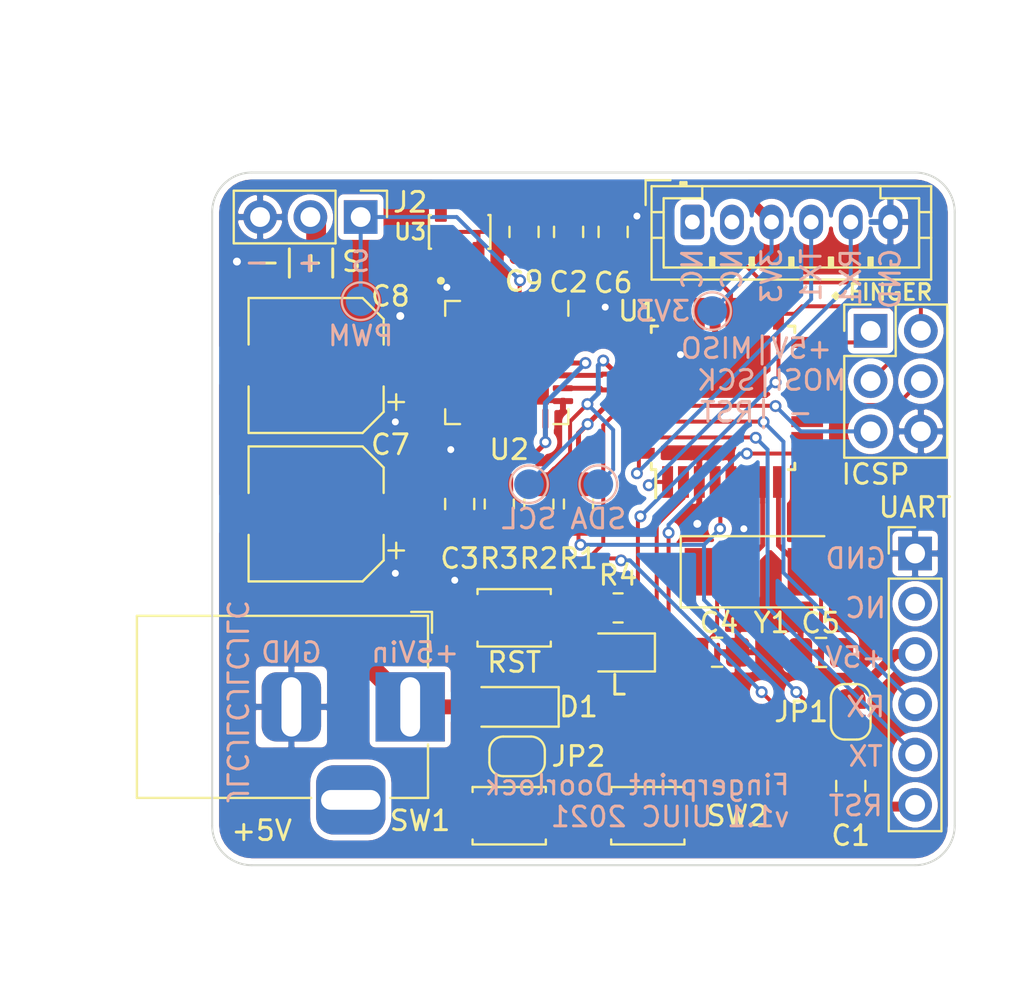
<source format=kicad_pcb>
(kicad_pcb (version 20171130) (host pcbnew "(5.1.12)-1")
  (layers (0 F.Cu signal) (31 B.Cu signal) (34 B.Paste user) (35 F.Paste user) (36 B.SilkS user) (37 F.SilkS user) (38 B.Mask user) (39 F.Mask user) (44 Edge.Cuts user))
  (net 0 "")
  (net 1 +5V)
  (net 2 GND)
  (net 3 /Q)
  (net 4 /Q')
  (net 5 /RESET)
  (net 6 /TX)
  (net 7 /RX)
  (net 8 /PWM0)
  (net 9 /RX1)
  (net 10 /TX1)
  (net 11 /MOSI)
  (net 12 /SCK)
  (net 13 /MISO)
  (net 14 /SCL)
  (net 15 /SDA)
  (net 16 /XTAL+)
  (net 17 /XTAL-)
  (net 18 "Net-(C1-Pad2)")
  (net 19 "Net-(C2-Pad1)")
  (net 20 "Net-(J1-Pad3)")
  (net 21 "Net-(J1-Pad2)")
  (net 22 "Net-(J3-Pad2)")
  (net 23 "Net-(J3-Pad1)")
  (net 24 "Net-(J4-Pad3)")
  (net 25 "Net-(U1-Pad26)")
  (net 26 "Net-(U1-Pad25)")
  (net 27 "Net-(U1-Pad24)")
  (net 28 "Net-(U1-Pad23)")
  (net 29 "Net-(U1-Pad22)")
  (net 30 "Net-(U1-Pad19)")
  (net 31 "Net-(U1-Pad14)")
  (net 32 "Net-(U1-Pad13)")
  (net 33 "Net-(U1-Pad12)")
  (net 34 "Net-(U1-Pad11)")
  (net 35 "Net-(U1-Pad10)")
  (net 36 "Net-(U2-Pad4)")
  (net 37 "Net-(U2-Pad5)")
  (net 38 "Net-(U2-Pad6)")
  (net 39 "Net-(U2-Pad7)")
  (net 40 "Net-(U2-Pad8)")
  (net 41 "Net-(U2-Pad9)")
  (net 42 "Net-(U2-Pad10)")
  (net 43 "Net-(U2-Pad12)")
  (net 44 "Net-(U2-Pad13)")
  (net 45 "Net-(U2-Pad14)")
  (net 46 "Net-(U2-Pad15)")
  (net 47 "Net-(U2-Pad16)")
  (net 48 "Net-(U2-Pad17)")
  (net 49 "Net-(U2-Pad18)")
  (net 50 "Net-(U2-Pad19)")
  (net 51 +5VA)
  (net 52 "Net-(D2-Pad2)")
  (net 53 +3V3)
  (module AP2112K-3:SOT95P285X140-5N (layer F.Cu) (at 153.25 69 90)
    (fp_text reference U3 (at 0 -2.5 180) (layer F.SilkS) (effects (font (size 0.80263 0.80263))))
    (fp_text value AP2112K-3.3TRG1)
    (pad 5 smd roundrect (at 1.185 -0.95 90) (size 1.35 0.6) (layers F.Cu F.Paste F.Mask) (roundrect_rratio 0.1) (net 53 +3V3))
    (pad 4 smd roundrect (at 1.185 0.95 90) (size 1.35 0.6) (layers F.Cu F.Paste F.Mask) (roundrect_rratio 0.1))
    (pad 3 smd roundrect (at -1.185 0.95 90) (size 1.35 0.6) (layers F.Cu F.Paste F.Mask) (roundrect_rratio 0.1) (net 1 +5V))
    (pad 2 smd roundrect (at -1.185 0 90) (size 1.35 0.6) (layers F.Cu F.Paste F.Mask) (roundrect_rratio 0.1) (net 2 GND))
    (pad 1 smd roundrect (at -1.185 -0.95 90) (size 1.35 0.6) (layers F.Cu F.Paste F.Mask) (roundrect_rratio 0.1) (net 1 +5V))
  )
  (module Capacitor_SMD:C_0805_2012Metric_Pad1.18x1.45mm_HandSolder (layer F.Cu) (at 156.5 69 270)
    (fp_text reference C9 (at 2.5 0 180) (layer F.SilkS))
    (fp_text value 100n)
    (pad 1 smd roundrect (at -1.0375 0 270) (size 1.175 1.45) (layers F.Cu F.Paste F.Mask) (roundrect_rratio 0.2127659574468085) (net 53 +3V3))
    (pad 2 smd roundrect (at 1.0375 0 270) (size 1.175 1.45) (layers F.Cu F.Paste F.Mask) (roundrect_rratio 0.2127659574468085) (net 2 GND))
  )
  (module TestPoint:TestPoint_Pad_D1.5mm (layer B.Cu) (at 166 73)
    (fp_text reference 3V3 (at -2.5 0) (layer B.SilkS) (effects (justify mirror)))
    (fp_text value 3V3)
    (pad 1 smd circle (at 0 0) (size 1.5 1.5) (layers B.Cu B.Mask) (net 53 +3V3))
  )
  (module TestPoint:TestPoint_Pad_D1.5mm (layer B.Cu) (at 160.25 81.75)
    (fp_text reference SDA (at 0 1.75) (layer B.SilkS) (effects (justify mirror)))
    (fp_text value SDA)
    (pad 1 smd circle (at 0 0) (size 1.5 1.5) (layers B.Cu B.Mask) (net 15 /SDA))
  )
  (module TestPoint:TestPoint_Pad_D1.5mm (layer B.Cu) (at 156.75 81.75)
    (fp_text reference SCL (at 0 1.75) (layer B.SilkS) (effects (justify mirror)))
    (fp_text value SCL)
    (pad 1 smd circle (at 0 0) (size 1.5 1.5) (layers B.Cu B.Mask) (net 14 /SCL))
  )
  (module TestPoint:TestPoint_Pad_D1.5mm (layer B.Cu) (at 148.25 72.5)
    (fp_text reference PWM (at 0 1.75) (layer B.SilkS) (effects (justify mirror)))
    (fp_text value PWM)
    (pad 1 smd circle (at 0 0) (size 1.5 1.5) (layers B.Cu B.Mask) (net 8 /PWM0))
  )
  (module Jumper:SolderJumper-2_P1.3mm_Open_RoundedPad1.0x1.5mm (layer F.Cu) (at 156.15 95.5)
    (fp_text reference JP2 (at 3.1 0) (layer F.SilkS))
    (fp_text value JVCC)
    (pad 2 smd custom (at 0.65 0) (size 1 0.5) (layers F.Cu F.Mask) (net 1 +5V) (options (clearance outline) (anchor rect)) (primitives (gr_circle (center 0 0.25) (end 0.5 0.25) (width 0)) (gr_circle (center 0 -0.25) (end 0.5 -0.25) (width 0)) (gr_poly (pts (xy 0 -0.75) (xy -0.5 -0.75) (xy -0.5 0.75) (xy 0 0.75)) (width 0))))
    (pad 1 smd custom (at -0.65 0) (size 1 0.5) (layers F.Cu F.Mask) (net 51 +5VA) (options (clearance outline) (anchor rect)) (primitives (gr_circle (center 0 0.25) (end 0.5 0.25) (width 0)) (gr_circle (center 0 -0.25) (end 0.5 -0.25) (width 0)) (gr_poly (pts (xy 0 -0.75) (xy 0.5 -0.75) (xy 0.5 0.75) (xy 0 0.75)) (width 0))))
  )
  (module Package_QFP:TQFP-32_7x7mm_P0.8mm (layer F.Cu) (at 166.55 77.386 90)
    (fp_text reference U1 (at 4.386 -4.3 180) (layer F.SilkS))
    (fp_text value ATmega328P-AU)
    (pad 32 smd rect (at -2.8 -4.25 180) (size 1.6 0.55) (layers F.Cu F.Paste F.Mask) (net 10 /TX1))
    (pad 31 smd rect (at -2 -4.25 180) (size 1.6 0.55) (layers F.Cu F.Paste F.Mask) (net 6 /TX))
    (pad 30 smd rect (at -1.2 -4.25 180) (size 1.6 0.55) (layers F.Cu F.Paste F.Mask) (net 7 /RX))
    (pad 29 smd rect (at -0.4 -4.25 180) (size 1.6 0.55) (layers F.Cu F.Paste F.Mask) (net 5 /RESET))
    (pad 28 smd rect (at 0.4 -4.25 180) (size 1.6 0.55) (layers F.Cu F.Paste F.Mask) (net 14 /SCL))
    (pad 27 smd rect (at 1.2 -4.25 180) (size 1.6 0.55) (layers F.Cu F.Paste F.Mask) (net 15 /SDA))
    (pad 26 smd rect (at 2 -4.25 180) (size 1.6 0.55) (layers F.Cu F.Paste F.Mask) (net 25 "Net-(U1-Pad26)"))
    (pad 25 smd rect (at 2.8 -4.25 180) (size 1.6 0.55) (layers F.Cu F.Paste F.Mask) (net 26 "Net-(U1-Pad25)"))
    (pad 24 smd rect (at 4.25 -2.8 90) (size 1.6 0.55) (layers F.Cu F.Paste F.Mask) (net 27 "Net-(U1-Pad24)"))
    (pad 23 smd rect (at 4.25 -2 90) (size 1.6 0.55) (layers F.Cu F.Paste F.Mask) (net 28 "Net-(U1-Pad23)"))
    (pad 22 smd rect (at 4.25 -1.2 90) (size 1.6 0.55) (layers F.Cu F.Paste F.Mask) (net 29 "Net-(U1-Pad22)"))
    (pad 21 smd rect (at 4.25 -0.4 90) (size 1.6 0.55) (layers F.Cu F.Paste F.Mask) (net 2 GND))
    (pad 20 smd rect (at 4.25 0.4 90) (size 1.6 0.55) (layers F.Cu F.Paste F.Mask) (net 19 "Net-(C2-Pad1)"))
    (pad 19 smd rect (at 4.25 1.2 90) (size 1.6 0.55) (layers F.Cu F.Paste F.Mask) (net 30 "Net-(U1-Pad19)"))
    (pad 18 smd rect (at 4.25 2 90) (size 1.6 0.55) (layers F.Cu F.Paste F.Mask) (net 1 +5V))
    (pad 17 smd rect (at 4.25 2.8 90) (size 1.6 0.55) (layers F.Cu F.Paste F.Mask) (net 12 /SCK))
    (pad 16 smd rect (at 2.8 4.25 180) (size 1.6 0.55) (layers F.Cu F.Paste F.Mask) (net 13 /MISO))
    (pad 15 smd rect (at 2 4.25 180) (size 1.6 0.55) (layers F.Cu F.Paste F.Mask) (net 11 /MOSI))
    (pad 14 smd rect (at 1.2 4.25 180) (size 1.6 0.55) (layers F.Cu F.Paste F.Mask) (net 31 "Net-(U1-Pad14)"))
    (pad 13 smd rect (at 0.4 4.25 180) (size 1.6 0.55) (layers F.Cu F.Paste F.Mask) (net 32 "Net-(U1-Pad13)"))
    (pad 12 smd rect (at -0.4 4.25 180) (size 1.6 0.55) (layers F.Cu F.Paste F.Mask) (net 33 "Net-(U1-Pad12)"))
    (pad 11 smd rect (at -1.2 4.25 180) (size 1.6 0.55) (layers F.Cu F.Paste F.Mask) (net 34 "Net-(U1-Pad11)"))
    (pad 10 smd rect (at -2 4.25 180) (size 1.6 0.55) (layers F.Cu F.Paste F.Mask) (net 35 "Net-(U1-Pad10)"))
    (pad 9 smd rect (at -2.8 4.25 180) (size 1.6 0.55) (layers F.Cu F.Paste F.Mask) (net 4 /Q'))
    (pad 8 smd rect (at -4.25 2.8 90) (size 1.6 0.55) (layers F.Cu F.Paste F.Mask) (net 17 /XTAL-))
    (pad 7 smd rect (at -4.25 2 90) (size 1.6 0.55) (layers F.Cu F.Paste F.Mask) (net 16 /XTAL+))
    (pad 6 smd rect (at -4.25 1.2 90) (size 1.6 0.55) (layers F.Cu F.Paste F.Mask) (net 1 +5V))
    (pad 5 smd rect (at -4.25 0.4 90) (size 1.6 0.55) (layers F.Cu F.Paste F.Mask) (net 2 GND))
    (pad 4 smd rect (at -4.25 -0.4 90) (size 1.6 0.55) (layers F.Cu F.Paste F.Mask) (net 1 +5V))
    (pad 3 smd rect (at -4.25 -1.2 90) (size 1.6 0.55) (layers F.Cu F.Paste F.Mask) (net 2 GND))
    (pad 2 smd rect (at -4.25 -2 90) (size 1.6 0.55) (layers F.Cu F.Paste F.Mask) (net 3 /Q))
    (pad 1 smd rect (at -4.25 -2.8 90) (size 1.6 0.55) (layers F.Cu F.Paste F.Mask) (net 9 /RX1))
  )
  (module Resistor_SMD:R_0805_2012Metric_Pad1.20x1.40mm_HandSolder (layer F.Cu) (at 161.25 88)
    (fp_text reference R4 (at 0 -1.65) (layer F.SilkS))
    (fp_text value 1k)
    (pad 2 smd roundrect (at 1 0) (size 1.2 1.4) (layers F.Cu F.Paste F.Mask) (roundrect_rratio 0.2083325) (net 12 /SCK))
    (pad 1 smd roundrect (at -1 0) (size 1.2 1.4) (layers F.Cu F.Paste F.Mask) (roundrect_rratio 0.2083325) (net 52 "Net-(D2-Pad2)"))
  )
  (module LED_SMD:LED_0805_2012Metric_Pad1.15x1.40mm_HandSolder (layer F.Cu) (at 161.25 90.25 180)
    (fp_text reference L (at 0 -1.65) (layer F.SilkS))
    (fp_text value LED)
    (pad 2 smd roundrect (at 1.025 0 180) (size 1.15 1.4) (layers F.Cu F.Paste F.Mask) (roundrect_rratio 0.2173904347826087) (net 52 "Net-(D2-Pad2)"))
    (pad 1 smd roundrect (at -1.025 0 180) (size 1.15 1.4) (layers F.Cu F.Paste F.Mask) (roundrect_rratio 0.2173904347826087) (net 2 GND))
  )
  (module Connector_PinHeader_2.54mm:PinHeader_2x03_P2.54mm_Vertical (layer F.Cu) (at 174 74)
    (fp_text reference ICSP (at 0.25 7.25) (layer F.SilkS))
    (fp_text value ICSP)
    (pad 6 thru_hole oval (at 2.54 5.08) (size 1.7 1.7) (drill 1) (layers *.Cu *.Mask) (net 2 GND))
    (pad 5 thru_hole oval (at 0 5.08) (size 1.7 1.7) (drill 1) (layers *.Cu *.Mask) (net 5 /RESET))
    (pad 4 thru_hole oval (at 2.54 2.54) (size 1.7 1.7) (drill 1) (layers *.Cu *.Mask) (net 11 /MOSI))
    (pad 3 thru_hole oval (at 0 2.54) (size 1.7 1.7) (drill 1) (layers *.Cu *.Mask) (net 12 /SCK))
    (pad 2 thru_hole oval (at 2.54 0) (size 1.7 1.7) (drill 1) (layers *.Cu *.Mask) (net 1 +5V))
    (pad 1 thru_hole rect (at 0 0) (size 1.7 1.7) (drill 1) (layers *.Cu *.Mask) (net 13 /MISO))
  )
  (module Resistor_SMD:R_0805_2012Metric_Pad1.20x1.40mm_HandSolder (layer F.Cu) (at 157.25 82.75 90)
    (fp_text reference R2 (at -2.75 0 180) (layer F.SilkS))
    (fp_text value 4k7)
    (pad 2 smd roundrect (at 1 0 90) (size 1.2 1.4) (layers F.Cu F.Paste F.Mask) (roundrect_rratio 0.2083325) (net 15 /SDA))
    (pad 1 smd roundrect (at -1 0 90) (size 1.2 1.4) (layers F.Cu F.Paste F.Mask) (roundrect_rratio 0.2083325) (net 1 +5V))
  )
  (module Resistor_SMD:R_0805_2012Metric_Pad1.20x1.40mm_HandSolder (layer F.Cu) (at 159.25 82.75 90)
    (fp_text reference R1 (at -2.75 0 180) (layer F.SilkS))
    (fp_text value 4k7)
    (pad 2 smd roundrect (at 1 0 90) (size 1.2 1.4) (layers F.Cu F.Paste F.Mask) (roundrect_rratio 0.2083325) (net 14 /SCL))
    (pad 1 smd roundrect (at -1 0 90) (size 1.2 1.4) (layers F.Cu F.Paste F.Mask) (roundrect_rratio 0.2083325) (net 1 +5V))
  )
  (module Diode_SMD:D_SOD-123 (layer F.Cu) (at 156 93 180)
    (fp_text reference D1 (at -3.25 0) (layer F.SilkS))
    (fp_text value D_Schottky)
    (pad 2 smd rect (at 1.65 0 180) (size 0.9 1.2) (layers F.Cu F.Paste F.Mask) (net 51 +5VA))
    (pad 1 smd rect (at -1.65 0 180) (size 0.9 1.2) (layers F.Cu F.Paste F.Mask) (net 1 +5V))
  )
  (module Capacitor_SMD:CP_Elec_6.3x7.7 (layer F.Cu) (at 146 75.75 180)
    (fp_text reference C8 (at -3.75 3.5) (layer F.SilkS))
    (fp_text value 47u)
    (pad 2 smd roundrect (at 2.7 0 180) (size 3.5 1.6) (layers F.Cu F.Paste F.Mask) (roundrect_rratio 0.15625) (net 2 GND))
    (pad 1 smd roundrect (at -2.7 0 180) (size 3.5 1.6) (layers F.Cu F.Paste F.Mask) (roundrect_rratio 0.15625) (net 1 +5V))
  )
  (module Capacitor_SMD:CP_Elec_6.3x7.7 (layer F.Cu) (at 146 83.25 180)
    (fp_text reference C7 (at -3.75 3.5) (layer F.SilkS))
    (fp_text value 47u)
    (pad 2 smd roundrect (at 2.7 0 180) (size 3.5 1.6) (layers F.Cu F.Paste F.Mask) (roundrect_rratio 0.15625) (net 2 GND))
    (pad 1 smd roundrect (at -2.7 0 180) (size 3.5 1.6) (layers F.Cu F.Paste F.Mask) (roundrect_rratio 0.15625) (net 51 +5VA))
  )
  (module Connector_BarrelJack:BarrelJack_Horizontal (layer F.Cu) (at 150.75 93)
    (fp_text reference +5V (at -7.5 6.25) (layer F.SilkS))
    (fp_text value Barrel_Jack_Switch)
    (pad 3 thru_hole roundrect (at -3 4.7) (size 3.5 3.5) (drill oval 3 1) (layers *.Cu *.Mask) (net 24 "Net-(J4-Pad3)"))
    (pad 2 thru_hole roundrect (at -6 0) (size 3 3.5) (drill oval 1 3) (layers *.Cu *.Mask) (net 2 GND))
    (pad 1 thru_hole rect (at 0 0) (size 3.5 3.5) (drill oval 1 3) (layers *.Cu *.Mask) (net 51 +5VA))
  )
  (module bidpl:SMD_Pushbutton_3mmx4mm (layer F.Cu) (at 156 88.5)
    (fp_text reference RST (at 0 2.25) (layer F.SilkS))
    (fp_text value SW_Push)
    (pad 1 smd rect (at -2.075 0) (size 1.35 2) (layers F.Cu F.Paste F.Mask) (net 5 /RESET))
    (pad 2 smd rect (at 2.075 0) (size 1.35 2) (layers F.Cu F.Paste F.Mask) (net 2 GND))
  )
  (module Connector_JST:JST_PH_B6B-PH-K_1x06_P2.00mm_Vertical (layer F.Cu) (at 165 68.5)
    (fp_text reference FINGER (at 10 3.55 180) (layer F.SilkS) (effects (font (size 0.8 0.8))))
    (fp_text value Fingerprint)
    (pad 6 thru_hole oval (at 10 0) (size 1.2 1.75) (drill 0.75) (layers *.Cu *.Mask) (net 2 GND))
    (pad 5 thru_hole oval (at 8 0) (size 1.2 1.75) (drill 0.75) (layers *.Cu *.Mask) (net 9 /RX1))
    (pad 4 thru_hole oval (at 6 0) (size 1.2 1.75) (drill 0.75) (layers *.Cu *.Mask) (net 10 /TX1))
    (pad 3 thru_hole oval (at 4 0) (size 1.2 1.75) (drill 0.75) (layers *.Cu *.Mask) (net 53 +3V3))
    (pad 2 thru_hole oval (at 2 0) (size 1.2 1.75) (drill 0.75) (layers *.Cu *.Mask) (net 22 "Net-(J3-Pad2)"))
    (pad 1 thru_hole roundrect (at 0 0) (size 1.2 1.75) (drill 0.75) (layers *.Cu *.Mask) (roundrect_rratio 0.2083325) (net 23 "Net-(J3-Pad1)"))
  )
  (module Jumper:SolderJumper-2_P1.3mm_Open_RoundedPad1.0x1.5mm (layer F.Cu) (at 173 93.25 270)
    (fp_text reference JP1 (at 0 2.5 180) (layer F.SilkS))
    (fp_text value JVCC)
    (pad 2 smd custom (at 0.65 0 270) (size 1 0.5) (layers F.Cu F.Mask) (net 1 +5V) (options (clearance outline) (anchor rect)) (primitives (gr_circle (center 0 0.25) (end 0.5 0.25) (width 0)) (gr_circle (center 0 -0.25) (end 0.5 -0.25) (width 0)) (gr_poly (pts (xy 0 -0.75) (xy -0.5 -0.75) (xy -0.5 0.75) (xy 0 0.75)) (width 0))))
    (pad 1 smd custom (at -0.65 0 270) (size 1 0.5) (layers F.Cu F.Mask) (net 20 "Net-(J1-Pad3)") (options (clearance outline) (anchor rect)) (primitives (gr_circle (center 0 0.25) (end 0.5 0.25) (width 0)) (gr_circle (center 0 -0.25) (end 0.5 -0.25) (width 0)) (gr_poly (pts (xy 0 -0.75) (xy 0.5 -0.75) (xy 0.5 0.75) (xy 0 0.75)) (width 0))))
  )
  (module bidpl:SMD_Pushbutton_3mmx4mm (layer F.Cu) (at 162.75 98.5 180)
    (fp_text reference SW2 (at -4.5 0) (layer F.SilkS))
    (fp_text value SW_Push)
    (pad 1 smd rect (at -2.075 0 180) (size 1.35 2) (layers F.Cu F.Paste F.Mask) (net 2 GND))
    (pad 2 smd rect (at 2.075 0 180) (size 1.35 2) (layers F.Cu F.Paste F.Mask) (net 4 /Q'))
  )
  (module bidpl:SMD_Pushbutton_3mmx4mm (layer F.Cu) (at 155.75 98.5)
    (fp_text reference SW1 (at -4.5 0.25) (layer F.SilkS))
    (fp_text value SW_Push)
    (pad 2 smd rect (at 2.075 0) (size 1.35 2) (layers F.Cu F.Paste F.Mask) (net 3 /Q))
    (pad 1 smd rect (at -2.075 0) (size 1.35 2) (layers F.Cu F.Paste F.Mask) (net 2 GND))
  )
  (module Connector_PinHeader_2.54mm:PinHeader_1x06_P2.54mm_Vertical (layer F.Cu) (at 176.25 85.25)
    (fp_text reference UART (at 0 -2.33) (layer F.SilkS))
    (fp_text value FTDI)
    (pad 6 thru_hole oval (at 0 12.7) (size 1.7 1.7) (drill 1) (layers *.Cu *.Mask) (net 18 "Net-(C1-Pad2)"))
    (pad 5 thru_hole oval (at 0 10.16) (size 1.7 1.7) (drill 1) (layers *.Cu *.Mask) (net 6 /TX))
    (pad 4 thru_hole oval (at 0 7.62) (size 1.7 1.7) (drill 1) (layers *.Cu *.Mask) (net 7 /RX))
    (pad 3 thru_hole oval (at 0 5.08) (size 1.7 1.7) (drill 1) (layers *.Cu *.Mask) (net 20 "Net-(J1-Pad3)"))
    (pad 2 thru_hole oval (at 0 2.54) (size 1.7 1.7) (drill 1) (layers *.Cu *.Mask) (net 21 "Net-(J1-Pad2)"))
    (pad 1 thru_hole rect (at 0 0) (size 1.7 1.7) (drill 1) (layers *.Cu *.Mask) (net 2 GND))
  )
  (module Crystal:Crystal_SMD_5032-2Pin_5.0x3.2mm_HandSoldering (layer F.Cu) (at 168.963 86.1744)
    (fp_text reference Y1 (at 0.037 2.5756) (layer F.SilkS))
    (fp_text value Crystal)
    (pad 2 smd rect (at 2.6 0) (size 3.5 2.4) (layers F.Cu F.Paste F.Mask) (net 17 /XTAL-))
    (pad 1 smd rect (at -2.6 0) (size 3.5 2.4) (layers F.Cu F.Paste F.Mask) (net 16 /XTAL+))
  )
  (module Capacitor_SMD:C_0805_2012Metric_Pad1.18x1.45mm_HandSolder (layer F.Cu) (at 158.75 69 90)
    (fp_text reference C2 (at -2.5375 0 180) (layer F.SilkS))
    (fp_text value 100n)
    (pad 2 smd roundrect (at 1.0375 0 90) (size 1.175 1.45) (layers F.Cu F.Paste F.Mask) (roundrect_rratio 0.2127659574468085) (net 2 GND))
    (pad 1 smd roundrect (at -1.0375 0 90) (size 1.175 1.45) (layers F.Cu F.Paste F.Mask) (roundrect_rratio 0.2127659574468085) (net 19 "Net-(C2-Pad1)"))
  )
  (module Capacitor_SMD:C_0805_2012Metric_Pad1.18x1.45mm_HandSolder (layer F.Cu) (at 173 97 270)
    (fp_text reference C1 (at 2.5 0 180) (layer F.SilkS))
    (fp_text value 100n)
    (pad 2 smd roundrect (at 1.0375 0 270) (size 1.175 1.45) (layers F.Cu F.Paste F.Mask) (roundrect_rratio 0.2127659574468085) (net 18 "Net-(C1-Pad2)"))
    (pad 1 smd roundrect (at -1.0375 0 270) (size 1.175 1.45) (layers F.Cu F.Paste F.Mask) (roundrect_rratio 0.2127659574468085) (net 5 /RESET))
  )
  (module Package_DFN_QFN:QFN-28-1EP_6x6mm_P0.65mm_EP4.25x4.25mm (layer F.Cu) (at 155.628 75.6 270)
    (fp_text reference U2 (at 4.4 -0.122 180) (layer F.SilkS))
    (fp_text value PCA9685BS)
    (pad 1 smd roundrect (at -2.8375 -1.95 270) (size 1.025 0.3) (layers F.Cu F.Paste F.Mask) (net 2 GND))
    (pad 2 smd roundrect (at -2.8375 -1.3 270) (size 1.025 0.3) (layers F.Cu F.Paste F.Mask) (net 2 GND))
    (pad 3 smd roundrect (at -2.8375 -0.65 270) (size 1.025 0.3) (layers F.Cu F.Paste F.Mask) (net 8 /PWM0))
    (pad 4 smd roundrect (at -2.8375 0 270) (size 1.025 0.3) (layers F.Cu F.Paste F.Mask) (net 36 "Net-(U2-Pad4)"))
    (pad 5 smd roundrect (at -2.8375 0.65 270) (size 1.025 0.3) (layers F.Cu F.Paste F.Mask) (net 37 "Net-(U2-Pad5)"))
    (pad 6 smd roundrect (at -2.8375 1.3 270) (size 1.025 0.3) (layers F.Cu F.Paste F.Mask) (net 38 "Net-(U2-Pad6)"))
    (pad 7 smd roundrect (at -2.8375 1.95 270) (size 1.025 0.3) (layers F.Cu F.Paste F.Mask) (net 39 "Net-(U2-Pad7)"))
    (pad 8 smd roundrect (at -1.95 2.8375 270) (size 0.3 1.025) (layers F.Cu F.Paste F.Mask) (net 40 "Net-(U2-Pad8)"))
    (pad 9 smd roundrect (at -1.3 2.8375 270) (size 0.3 1.025) (layers F.Cu F.Paste F.Mask) (net 41 "Net-(U2-Pad9)"))
    (pad 10 smd roundrect (at -0.65 2.8375 270) (size 0.3 1.025) (layers F.Cu F.Paste F.Mask) (net 42 "Net-(U2-Pad10)"))
    (pad 11 smd roundrect (at 0 2.8375 270) (size 0.3 1.025) (layers F.Cu F.Paste F.Mask) (net 2 GND))
    (pad 12 smd roundrect (at 0.65 2.8375 270) (size 0.3 1.025) (layers F.Cu F.Paste F.Mask) (net 43 "Net-(U2-Pad12)"))
    (pad 13 smd roundrect (at 1.3 2.8375 270) (size 0.3 1.025) (layers F.Cu F.Paste F.Mask) (net 44 "Net-(U2-Pad13)"))
    (pad 14 smd roundrect (at 1.95 2.8375 270) (size 0.3 1.025) (layers F.Cu F.Paste F.Mask) (net 45 "Net-(U2-Pad14)"))
    (pad 15 smd roundrect (at 2.8375 1.95 270) (size 1.025 0.3) (layers F.Cu F.Paste F.Mask) (net 46 "Net-(U2-Pad15)"))
    (pad 16 smd roundrect (at 2.8375 1.3 270) (size 1.025 0.3) (layers F.Cu F.Paste F.Mask) (net 47 "Net-(U2-Pad16)"))
    (pad 17 smd roundrect (at 2.8375 0.65 270) (size 1.025 0.3) (layers F.Cu F.Paste F.Mask) (net 48 "Net-(U2-Pad17)"))
    (pad 18 smd roundrect (at 2.8375 0 270) (size 1.025 0.3) (layers F.Cu F.Paste F.Mask) (net 49 "Net-(U2-Pad18)"))
    (pad 19 smd roundrect (at 2.8375 -0.65 270) (size 1.025 0.3) (layers F.Cu F.Paste F.Mask) (net 50 "Net-(U2-Pad19)"))
    (pad 20 smd roundrect (at 2.8375 -1.3 270) (size 1.025 0.3) (layers F.Cu F.Paste F.Mask) (net 2 GND))
    (pad 21 smd roundrect (at 2.8375 -1.95 270) (size 1.025 0.3) (layers F.Cu F.Paste F.Mask) (net 1 +5V))
    (pad 22 smd roundrect (at 1.95 -2.8375 270) (size 0.3 1.025) (layers F.Cu F.Paste F.Mask) (net 2 GND))
    (pad 23 smd roundrect (at 1.3 -2.8375 270) (size 0.3 1.025) (layers F.Cu F.Paste F.Mask) (net 14 /SCL))
    (pad 24 smd roundrect (at 0.65 -2.8375 270) (size 0.3 1.025) (layers F.Cu F.Paste F.Mask) (net 15 /SDA))
    (pad 25 smd roundrect (at 0 -2.8375 270) (size 0.3 1.025) (layers F.Cu F.Paste F.Mask) (net 1 +5V))
    (pad 26 smd roundrect (at -0.65 -2.8375 270) (size 0.3 1.025) (layers F.Cu F.Paste F.Mask) (net 2 GND))
    (pad 27 smd roundrect (at -1.3 -2.8375 270) (size 0.3 1.025) (layers F.Cu F.Paste F.Mask) (net 2 GND))
    (pad 28 smd roundrect (at -1.95 -2.8375 270) (size 0.3 1.025) (layers F.Cu F.Paste F.Mask) (net 2 GND))
    (pad 29 smd rect (at 0 0 270) (size 4.25 4.25) (layers F.Cu F.Mask) (net 2 GND))
  )
  (module Resistor_SMD:R_0805_2012Metric_Pad1.20x1.40mm_HandSolder (layer F.Cu) (at 155.25 82.75 270)
    (fp_text reference R3 (at 2.75 0 180) (layer F.SilkS))
    (fp_text value 10k)
    (pad 2 smd roundrect (at 1 0 270) (size 1.2 1.4) (layers F.Cu F.Paste F.Mask) (roundrect_rratio 0.2083325) (net 5 /RESET))
    (pad 1 smd roundrect (at -1 0 270) (size 1.2 1.4) (layers F.Cu F.Paste F.Mask) (roundrect_rratio 0.2083325) (net 1 +5V))
  )
  (module Connector_PinHeader_2.54mm:PinHeader_1x03_P2.54mm_Vertical (layer F.Cu) (at 148.25 68.25 270)
    (fp_text reference J2 (at -0.75 -2.5 180) (layer F.SilkS))
    (fp_text value Servo)
    (pad 3 thru_hole oval (at 0 5.08 270) (size 1.7 1.7) (drill 1) (layers *.Cu *.Mask) (net 2 GND))
    (pad 2 thru_hole oval (at 0 2.54 270) (size 1.7 1.7) (drill 1) (layers *.Cu *.Mask) (net 51 +5VA))
    (pad 1 thru_hole rect (at 0 0 270) (size 1.7 1.7) (drill 1) (layers *.Cu *.Mask) (net 8 /PWM0))
  )
  (module Capacitor_SMD:C_0805_2012Metric_Pad1.18x1.45mm_HandSolder (layer F.Cu) (at 161 69 270)
    (fp_text reference C6 (at 2.5722 0 180) (layer F.SilkS))
    (fp_text value 100n)
    (pad 2 smd roundrect (at 1.0375 0 270) (size 1.175 1.45) (layers F.Cu F.Paste F.Mask) (roundrect_rratio 0.2127659574468085) (net 1 +5V))
    (pad 1 smd roundrect (at -1.0375 0 270) (size 1.175 1.45) (layers F.Cu F.Paste F.Mask) (roundrect_rratio 0.2127659574468085) (net 2 GND))
  )
  (module Capacitor_SMD:C_0805_2012Metric_Pad1.18x1.45mm_HandSolder (layer F.Cu) (at 171.5 90.25 180)
    (fp_text reference C5 (at 0.019 1.4884) (layer F.SilkS))
    (fp_text value 22p)
    (pad 2 smd roundrect (at 1.0375 0 180) (size 1.175 1.45) (layers F.Cu F.Paste F.Mask) (roundrect_rratio 0.2127659574468085) (net 2 GND))
    (pad 1 smd roundrect (at -1.0375 0 180) (size 1.175 1.45) (layers F.Cu F.Paste F.Mask) (roundrect_rratio 0.2127659574468085) (net 17 /XTAL-))
  )
  (module Capacitor_SMD:C_0805_2012Metric_Pad1.18x1.45mm_HandSolder (layer F.Cu) (at 166.25 90.2384)
    (fp_text reference C4 (at 0.093 -1.4884) (layer F.SilkS))
    (fp_text value 22p)
    (pad 2 smd roundrect (at 1.0375 0) (size 1.175 1.45) (layers F.Cu F.Paste F.Mask) (roundrect_rratio 0.2127659574468085) (net 2 GND))
    (pad 1 smd roundrect (at -1.0375 0) (size 1.175 1.45) (layers F.Cu F.Paste F.Mask) (roundrect_rratio 0.2127659574468085) (net 16 /XTAL+))
  )
  (module Capacitor_SMD:C_0805_2012Metric_Pad1.18x1.45mm_HandSolder (layer F.Cu) (at 153.25 82.75 90)
    (fp_text reference C3 (at -2.75 0 180) (layer F.SilkS))
    (fp_text value 100n)
    (pad 1 smd roundrect (at -1.0375 0 90) (size 1.175 1.45) (layers F.Cu F.Paste F.Mask) (roundrect_rratio 0.2127659574468085) (net 2 GND))
    (pad 2 smd roundrect (at 1.0375 0 90) (size 1.175 1.45) (layers F.Cu F.Paste F.Mask) (roundrect_rratio 0.2127659574468085) (net 1 +5V))
  )
  (gr_text "  +5V|MISO\nMOSI|SCK\n   - |RST " (at 169 76.5) (layer B.SilkS) (effects (font (size 1 1)) (justify mirror)))
  (gr_text JLCJLCJLCJLC (at 142 92.75 270) (layer B.SilkS) (effects (font (size 1 1)) (justify mirror)))
  (gr_text TX1 (at 171 69.75 90) (layer B.SilkS) (effects (font (size 1 1)) (justify left mirror)))
  (gr_text "RX1\n" (at 173 69.75 90) (layer B.SilkS) (effects (font (size 1 1)) (justify left mirror)))
  (gr_text NC (at 165 69.75 90) (layer B.SilkS) (effects (font (size 1 1)) (justify left mirror)))
  (gr_text NC (at 167 69.75 90) (layer B.SilkS) (effects (font (size 1 1)) (justify left mirror)))
  (gr_text NC (at 173.75 88) (layer B.SilkS) (effects (font (size 1 1)) (justify mirror)))
  (gr_text "Fingerprint Doorlock\nv1.1 UIUC 2021" (at 170 97.75) (layer B.SilkS) (effects (font (size 1 1)) (justify left mirror)))
  (gr_text GND (at 175 69.75 90) (layer B.SilkS) (effects (font (size 1 1)) (justify left mirror)))
  (gr_text 3V3 (at 169 69.75 90) (layer B.SilkS) (effects (font (size 1 1)) (justify left mirror)))
  (gr_text - (at 143 70.5) (layer B.SilkS) (effects (font (size 1 1)) (justify mirror)))
  (gr_text + (at 145.656575 70.516551) (layer B.SilkS) (effects (font (size 1 1)) (justify mirror)))
  (gr_text S (at 148.25 70.5) (layer B.SilkS) (effects (font (size 1 1)) (justify mirror)))
  (gr_text GND (at 144.75 90.25) (layer B.SilkS) (effects (font (size 1 1)) (justify mirror)))
  (gr_text +5Vin (at 151 90.25) (layer B.SilkS) (effects (font (size 1 1)) (justify mirror)))
  (gr_text GND (at 173.25 85.5) (layer B.SilkS) (effects (font (size 1 1)) (justify mirror)))
  (gr_text +5V (at 173.25 90.5) (layer B.SilkS) (effects (font (size 1 1)) (justify mirror)))
  (gr_text RX (at 173.75 93) (layer B.SilkS) (effects (font (size 1 1)) (justify mirror)))
  (gr_text TX (at 173.75 95.5) (layer B.SilkS) (effects (font (size 1 1)) (justify mirror)))
  (gr_text RST (at 173.25 98) (layer B.SilkS) (effects (font (size 1 1)) (justify mirror)))
  (gr_text -|+|S (at 145.6 70.5) (layer F.SilkS) (effects (font (size 1 1))))
  (gr_text . (at 172.25 71) (layer F.SilkS) (effects (font (size 3 3))))
  (gr_line (start 140.75 68) (end 140.75 99) (layer Edge.Cuts) (width 0.1))
  (gr_line (start 176.25 66) (end 142.75 66) (layer Edge.Cuts) (width 0.1))
  (gr_line (start 178.25 99) (end 178.25 68) (layer Edge.Cuts) (width 0.1))
  (gr_line (start 142.75 101) (end 176.25 101) (layer Edge.Cuts) (width 0.1))
  (gr_arc (start 142.75 99) (end 140.75 99) (angle -90) (layer Edge.Cuts) (width 0.1))
  (gr_arc (start 176.25 99) (end 176.25 101) (angle -90) (layer Edge.Cuts) (width 0.1))
  (gr_arc (start 176.25 68) (end 178.25 68) (angle -90) (layer Edge.Cuts) (width 0.1))
  (gr_arc (start 142.75 68) (end 142.75 66) (angle -90) (layer Edge.Cuts) (width 0.1))
  (segment (start 155.25 81.75) (end 155.25 80.75) (width 0.25) (layer F.Cu) (net 1))
  (segment (start 155.25 80.75) (end 155.75 80.25) (width 0.25) (layer F.Cu) (net 1))
  (segment (start 155.75 80.25) (end 157 80.25) (width 0.25) (layer F.Cu) (net 1))
  (segment (start 157.578 79.672) (end 157.578 79.622) (width 0.25) (layer F.Cu) (net 1))
  (segment (start 157 80.25) (end 157.578 79.672) (width 0.25) (layer F.Cu) (net 1))
  (segment (start 157.65 93) (end 157.65 91.65) (width 0.75) (layer F.Cu) (net 1))
  (segment (start 157.65 91.65) (end 156.5 90.5) (width 0.75) (layer F.Cu) (net 1))
  (segment (start 148.7 75.75) (end 151 75.75) (width 0.75) (layer F.Cu) (net 1))
  (segment (start 151 75.75) (end 151.25 76) (width 0.75) (layer F.Cu) (net 1))
  (segment (start 153.424999 90.5) (end 153.75 90.5) (width 0.75) (layer F.Cu) (net 1))
  (segment (start 151.25 88.325001) (end 153.424999 90.5) (width 0.75) (layer F.Cu) (net 1))
  (segment (start 156.5 90.5) (end 153.75 90.5) (width 0.75) (layer F.Cu) (net 1))
  (segment (start 151.5375 81.7125) (end 151.25 82) (width 0.5) (layer F.Cu) (net 1))
  (segment (start 153.25 81.7125) (end 151.5375 81.7125) (width 0.5) (layer F.Cu) (net 1))
  (segment (start 151.25 82) (end 151.25 88.325001) (width 0.75) (layer F.Cu) (net 1))
  (segment (start 151.25 76) (end 151.25 82) (width 0.75) (layer F.Cu) (net 1))
  (segment (start 155.2125 81.7125) (end 155.25 81.75) (width 0.5) (layer F.Cu) (net 1))
  (segment (start 153.25 81.7125) (end 155.2125 81.7125) (width 0.5) (layer F.Cu) (net 1))
  (segment (start 151.25 76) (end 151.25 70.5) (width 0.5) (layer F.Cu) (net 1))
  (segment (start 151.565 70.185) (end 152.3 70.185) (width 0.5) (layer F.Cu) (net 1))
  (segment (start 151.25 70.5) (end 151.565 70.185) (width 0.5) (layer F.Cu) (net 1))
  (segment (start 152.3 69.51) (end 152.81 69) (width 0.2) (layer F.Cu) (net 1))
  (segment (start 152.3 70.185) (end 152.3 69.51) (width 0.2) (layer F.Cu) (net 1))
  (segment (start 154.2 69.05) (end 154.25 69) (width 0.2) (layer F.Cu) (net 1))
  (segment (start 154.2 70.185) (end 154.2 69.05) (width 0.2) (layer F.Cu) (net 1))
  (segment (start 152.81 69) (end 154.25 69) (width 0.2) (layer F.Cu) (net 1))
  (segment (start 168.55 71.55) (end 168.55 73.136) (width 0.2) (layer F.Cu) (net 1))
  (segment (start 176.54 72.797919) (end 176.54 74) (width 0.2) (layer F.Cu) (net 1))
  (segment (start 175.292081 71.55) (end 176.54 72.797919) (width 0.2) (layer F.Cu) (net 1))
  (segment (start 168.55 71.55) (end 175.292081 71.55) (width 0.2) (layer F.Cu) (net 1))
  (segment (start 155.25 81.75) (end 157.25 83.75) (width 0.2) (layer F.Cu) (net 1))
  (segment (start 157.25 83.75) (end 159.25 83.75) (width 0.2) (layer F.Cu) (net 1))
  (segment (start 166.15 82.636) (end 166.414 82.9) (width 0.2) (layer F.Cu) (net 1))
  (segment (start 166.15 81.636) (end 166.15 82.636) (width 0.2) (layer F.Cu) (net 1))
  (segment (start 167.75 82.636) (end 167.75 81.636) (width 0.2) (layer F.Cu) (net 1))
  (segment (start 167.486 82.9) (end 167.75 82.636) (width 0.2) (layer F.Cu) (net 1))
  (segment (start 166.414 82.9) (end 167.486 82.9) (width 0.2) (layer F.Cu) (net 1))
  (segment (start 166.414 82.9) (end 166.414 83.586) (width 0.2) (layer F.Cu) (net 1))
  (via (at 159.350622 84.810452) (size 0.6) (drill 0.35) (layers F.Cu B.Cu) (net 1))
  (segment (start 159.25 84.70983) (end 159.350622 84.810452) (width 0.2) (layer F.Cu) (net 1))
  (segment (start 159.25 83.75) (end 159.25 84.70983) (width 0.2) (layer F.Cu) (net 1))
  (via (at 166.4 84) (size 0.6) (drill 0.35) (layers F.Cu B.Cu) (net 1))
  (segment (start 165.589548 84.810452) (end 166.4 84) (width 0.2) (layer B.Cu) (net 1))
  (segment (start 159.350622 84.810452) (end 165.589548 84.810452) (width 0.2) (layer B.Cu) (net 1))
  (segment (start 166.414 83.986) (end 166.414 83.586) (width 0.2) (layer F.Cu) (net 1))
  (segment (start 166.4 84) (end 166.414 83.986) (width 0.2) (layer F.Cu) (net 1))
  (via (at 170.25 92.25) (size 0.6) (drill 0.35) (layers F.Cu B.Cu) (net 1))
  (segment (start 165.589548 87.589548) (end 165.589548 84.810452) (width 0.2) (layer B.Cu) (net 1))
  (segment (start 157.578 79.622) (end 157.578 78.4375) (width 0.25) (layer F.Cu) (net 1))
  (via (at 157.578 79.622) (size 0.6) (drill 0.35) (layers F.Cu B.Cu) (net 1))
  (via (at 159.6 75.625) (size 0.6) (drill 0.35) (layers F.Cu B.Cu) (net 1))
  (segment (start 157.578 77.647) (end 159.6 75.625) (width 0.25) (layer B.Cu) (net 1))
  (segment (start 157.578 79.622) (end 157.578 77.647) (width 0.25) (layer B.Cu) (net 1))
  (segment (start 158.4905 75.625) (end 158.4655 75.6) (width 0.25) (layer F.Cu) (net 1))
  (segment (start 159.6 75.625) (end 158.4905 75.625) (width 0.25) (layer F.Cu) (net 1))
  (segment (start 170.25 92.25) (end 165.589548 87.589548) (width 0.2) (layer B.Cu) (net 1))
  (segment (start 171.9 93.9) (end 173 93.9) (width 0.2) (layer F.Cu) (net 1))
  (segment (start 170.25 92.25) (end 171.9 93.9) (width 0.2) (layer F.Cu) (net 1))
  (segment (start 156.8 93.85) (end 157.65 93) (width 0.75) (layer F.Cu) (net 1))
  (segment (start 156.8 95.5) (end 156.8 93.85) (width 0.75) (layer F.Cu) (net 1))
  (segment (start 159.9625 69) (end 161 70.0375) (width 0.2) (layer F.Cu) (net 1))
  (segment (start 154.25 69) (end 159.9625 69) (width 0.2) (layer F.Cu) (net 1))
  (segment (start 167.0375 70.0375) (end 168.55 71.55) (width 0.2) (layer F.Cu) (net 1))
  (segment (start 161 70.0375) (end 167.0375 70.0375) (width 0.2) (layer F.Cu) (net 1))
  (via (at 150 78.6) (size 0.6) (drill 0.35) (layers F.Cu B.Cu) (net 2))
  (via (at 164.4 75.2) (size 0.6) (drill 0.35) (layers F.Cu B.Cu) (net 2))
  (via (at 167.6 84) (size 0.6) (drill 0.35) (layers F.Cu B.Cu) (net 2))
  (via (at 152.6 71.8) (size 0.6) (drill 0.35) (layers F.Cu B.Cu) (net 2))
  (via (at 162.2 68.2) (size 0.6) (drill 0.35) (layers F.Cu B.Cu) (net 2))
  (via (at 160.6 72.8) (size 0.6) (drill 0.35) (layers F.Cu B.Cu) (net 2))
  (via (at 152.8 80) (size 0.6) (drill 0.35) (layers F.Cu B.Cu) (net 2))
  (via (at 153 86.6) (size 0.6) (drill 0.35) (layers F.Cu B.Cu) (net 2))
  (segment (start 156.928 76.9) (end 155.628 75.6) (width 0.2) (layer F.Cu) (net 2))
  (segment (start 156.928 78.4375) (end 156.928 76.9) (width 0.2) (layer F.Cu) (net 2))
  (segment (start 157.578 77.55) (end 155.628 75.6) (width 0.2) (layer F.Cu) (net 2))
  (segment (start 158.4655 77.55) (end 157.578 77.55) (width 0.2) (layer F.Cu) (net 2))
  (via (at 165.25 83.75) (size 0.8) (drill 0.4) (layers F.Cu B.Cu) (net 2))
  (via (at 150.25 73.25) (size 0.8) (drill 0.4) (layers F.Cu B.Cu) (net 2))
  (via (at 142 70.5) (size 0.8) (drill 0.4) (layers F.Cu B.Cu) (net 2))
  (via (at 150 86.25) (size 0.6) (drill 0.35) (layers F.Cu B.Cu) (net 2))
  (segment (start 157.825 97.3) (end 163.2 91.925) (width 0.2) (layer F.Cu) (net 3))
  (segment (start 157.825 98.5) (end 157.825 97.3) (width 0.2) (layer F.Cu) (net 3))
  (segment (start 164.55 82.451002) (end 164.55 81.636) (width 0.2) (layer F.Cu) (net 3))
  (segment (start 163.2 83.801002) (end 164.55 82.451002) (width 0.2) (layer F.Cu) (net 3))
  (segment (start 163.2 91.925) (end 163.2 83.801002) (width 0.2) (layer F.Cu) (net 3))
  (segment (start 170.786 80.2) (end 170.8 80.186) (width 0.2) (layer F.Cu) (net 4))
  (segment (start 167.6 80.2) (end 170.786 80.2) (width 0.2) (layer F.Cu) (net 4))
  (via (at 167.75 80.2) (size 0.6) (drill 0.35) (layers F.Cu B.Cu) (net 4))
  (via (at 163.8 84.2) (size 0.6) (drill 0.35) (layers F.Cu B.Cu) (net 4))
  (segment (start 161.55 98.5) (end 160.675 98.5) (width 0.2) (layer F.Cu) (net 4))
  (segment (start 163.8 96.25) (end 161.55 98.5) (width 0.2) (layer F.Cu) (net 4))
  (segment (start 163.8 84.2) (end 163.8 96.25) (width 0.2) (layer F.Cu) (net 4))
  (segment (start 167.4 80.2) (end 167.75 80.2) (width 0.2) (layer B.Cu) (net 4))
  (segment (start 163.8 83.8) (end 167.4 80.2) (width 0.2) (layer B.Cu) (net 4))
  (segment (start 163.8 84.2) (end 163.8 83.8) (width 0.2) (layer B.Cu) (net 4))
  (segment (start 153.925 88.5) (end 153.925 86.825) (width 0.25) (layer F.Cu) (net 5))
  (segment (start 155.25 85.5) (end 155.25 83.75) (width 0.25) (layer F.Cu) (net 5))
  (segment (start 153.925 86.825) (end 155.25 85.5) (width 0.25) (layer F.Cu) (net 5))
  (segment (start 161.484998 77.786) (end 162.3 77.786) (width 0.2) (layer F.Cu) (net 5))
  (segment (start 160.5 78.770998) (end 161.484998 77.786) (width 0.2) (layer F.Cu) (net 5))
  (segment (start 160.5 84.75) (end 160.5 78.770998) (width 0.2) (layer F.Cu) (net 5))
  (segment (start 159.75 85.5) (end 160.5 84.75) (width 0.2) (layer F.Cu) (net 5))
  (segment (start 155.25 85.5) (end 159.75 85.5) (width 0.2) (layer F.Cu) (net 5))
  (via (at 169.2 77.8) (size 0.6) (drill 0.35) (layers F.Cu B.Cu) (net 5))
  (segment (start 169.186 77.786) (end 169.2 77.8) (width 0.2) (layer F.Cu) (net 5))
  (segment (start 162.3 77.786) (end 169.186 77.786) (width 0.2) (layer F.Cu) (net 5))
  (segment (start 170.48 79.08) (end 174 79.08) (width 0.2) (layer B.Cu) (net 5))
  (segment (start 169.2 77.8) (end 170.48 79.08) (width 0.2) (layer B.Cu) (net 5))
  (segment (start 161.85 85.6) (end 161.8 85.6) (width 0.2) (layer B.Cu) (net 5))
  (segment (start 168.5 92.25) (end 161.85 85.6) (width 0.2) (layer B.Cu) (net 5))
  (segment (start 161.8 85.6) (end 161.4 85.6) (width 0.2) (layer B.Cu) (net 5))
  (segment (start 159.75 85.5) (end 161.3 85.5) (width 0.2) (layer F.Cu) (net 5))
  (segment (start 161.3 85.5) (end 161.4 85.6) (width 0.2) (layer F.Cu) (net 5))
  (via (at 168.5 92.25) (size 0.6) (drill 0.35) (layers F.Cu B.Cu) (net 5))
  (via (at 161.4 85.6) (size 0.6) (drill 0.35) (layers F.Cu B.Cu) (net 5))
  (segment (start 172.2125 95.9625) (end 173 95.9625) (width 0.2) (layer F.Cu) (net 5))
  (segment (start 168.5 92.25) (end 172.2125 95.9625) (width 0.2) (layer F.Cu) (net 5))
  (via (at 168.2 79.4) (size 0.6) (drill 0.35) (layers F.Cu B.Cu) (net 6))
  (segment (start 168.186 79.386) (end 168.2 79.4) (width 0.2) (layer F.Cu) (net 6))
  (segment (start 162.3 79.386) (end 168.186 79.386) (width 0.2) (layer F.Cu) (net 6))
  (segment (start 168.8 87.96) (end 176.25 95.41) (width 0.2) (layer B.Cu) (net 6))
  (segment (start 168.8 80) (end 168.8 87.96) (width 0.2) (layer B.Cu) (net 6))
  (segment (start 168.2 79.4) (end 168.8 80) (width 0.2) (layer B.Cu) (net 6))
  (via (at 168.6 78.6) (size 0.6) (drill 0.35) (layers F.Cu B.Cu) (net 7))
  (segment (start 168.586 78.586) (end 168.6 78.6) (width 0.2) (layer F.Cu) (net 7))
  (segment (start 162.3 78.586) (end 168.586 78.586) (width 0.2) (layer F.Cu) (net 7))
  (segment (start 169.6 86.22) (end 176.25 92.87) (width 0.2) (layer B.Cu) (net 7))
  (segment (start 169.6 79.6) (end 169.6 86.22) (width 0.2) (layer B.Cu) (net 7))
  (segment (start 168.6 78.6) (end 169.6 79.6) (width 0.2) (layer B.Cu) (net 7))
  (segment (start 148.25 72.5) (end 148.25 68.25) (width 0.2) (layer B.Cu) (net 8))
  (via (at 156.3 71.45) (size 0.6) (drill 0.35) (layers F.Cu B.Cu) (net 8))
  (segment (start 156.278 71.472) (end 156.3 71.45) (width 0.2) (layer F.Cu) (net 8))
  (segment (start 156.278 72.7625) (end 156.278 71.472) (width 0.2) (layer F.Cu) (net 8))
  (segment (start 153.1 68.25) (end 148.25 68.25) (width 0.2) (layer B.Cu) (net 8))
  (segment (start 156.3 71.45) (end 153.1 68.25) (width 0.2) (layer B.Cu) (net 8))
  (via (at 162.8 81.8) (size 0.6) (drill 0.35) (layers F.Cu B.Cu) (net 9))
  (segment (start 162.964 81.636) (end 162.8 81.8) (width 0.2) (layer F.Cu) (net 9))
  (segment (start 163.75 81.636) (end 162.964 81.636) (width 0.2) (layer F.Cu) (net 9))
  (segment (start 173 71.6) (end 173 68.5) (width 0.2) (layer B.Cu) (net 9))
  (segment (start 162.8 81.8) (end 173 71.6) (width 0.2) (layer B.Cu) (net 9))
  (via (at 162.2 81.2) (size 0.6) (drill 0.35) (layers F.Cu B.Cu) (net 10))
  (segment (start 162.3 81.1) (end 162.2 81.2) (width 0.2) (layer F.Cu) (net 10))
  (segment (start 162.3 80.186) (end 162.3 81.1) (width 0.2) (layer F.Cu) (net 10))
  (segment (start 171 72.4) (end 171 68.5) (width 0.2) (layer B.Cu) (net 10))
  (segment (start 162.2 81.2) (end 171 72.4) (width 0.2) (layer B.Cu) (net 10))
  (segment (start 176.54 76.54) (end 175.33 77.75) (width 0.2) (layer F.Cu) (net 11))
  (segment (start 175.33 77.75) (end 173.25 77.75) (width 0.2) (layer F.Cu) (net 11))
  (segment (start 173.25 77.75) (end 172.75 77.25) (width 0.2) (layer F.Cu) (net 11))
  (segment (start 171.615002 75.386) (end 170.8 75.386) (width 0.2) (layer F.Cu) (net 11))
  (segment (start 172.75 76.520998) (end 171.615002 75.386) (width 0.2) (layer F.Cu) (net 11))
  (segment (start 172.75 77.25) (end 172.75 76.520998) (width 0.2) (layer F.Cu) (net 11))
  (segment (start 170.165002 73.136) (end 169.35 73.136) (width 0.2) (layer F.Cu) (net 12))
  (segment (start 170.541004 72.759998) (end 170.165002 73.136) (width 0.2) (layer F.Cu) (net 12))
  (segment (start 175 72.759998) (end 170.541004 72.759998) (width 0.2) (layer F.Cu) (net 12))
  (segment (start 175.25 73.009998) (end 175 72.759998) (width 0.2) (layer F.Cu) (net 12))
  (segment (start 175.25 75.29) (end 175.25 73.009998) (width 0.2) (layer F.Cu) (net 12))
  (segment (start 174 76.54) (end 175.25 75.29) (width 0.2) (layer F.Cu) (net 12))
  (via (at 162.376266 83.376206) (size 0.6) (drill 0.35) (layers F.Cu B.Cu) (net 12))
  (segment (start 162.25 83.502472) (end 162.376266 83.376206) (width 0.2) (layer F.Cu) (net 12))
  (segment (start 162.25 88) (end 162.25 83.502472) (width 0.2) (layer F.Cu) (net 12))
  (segment (start 162.376266 83.376206) (end 169.152472 76.6) (width 0.2) (layer B.Cu) (net 12))
  (via (at 169.2 76.6) (size 0.6) (drill 0.35) (layers F.Cu B.Cu) (net 12))
  (segment (start 169.35 76.45) (end 169.2 76.6) (width 0.2) (layer F.Cu) (net 12))
  (segment (start 169.35 73.136) (end 169.35 76.45) (width 0.2) (layer F.Cu) (net 12))
  (segment (start 173.414 74.586) (end 174 74) (width 0.2) (layer F.Cu) (net 13))
  (segment (start 170.8 74.586) (end 173.414 74.586) (width 0.2) (layer F.Cu) (net 13))
  (segment (start 162.3 76.986) (end 160.435 76.986) (width 0.25) (layer F.Cu) (net 14))
  (segment (start 160.349 76.9) (end 158.4655 76.9) (width 0.25) (layer F.Cu) (net 14))
  (segment (start 160.435 76.986) (end 160.349 76.9) (width 0.25) (layer F.Cu) (net 14))
  (segment (start 161.439998 76.986) (end 162.3 76.986) (width 0.25) (layer F.Cu) (net 14))
  (segment (start 159.25 79.175998) (end 159.712999 78.712999) (width 0.25) (layer F.Cu) (net 14))
  (segment (start 159.25 81.75) (end 159.25 79.175998) (width 0.25) (layer F.Cu) (net 14))
  (segment (start 159.712999 78.712999) (end 161.439998 76.986) (width 0.25) (layer F.Cu) (net 14))
  (via (at 159.712999 78.712999) (size 0.6) (drill 0.35) (layers F.Cu B.Cu) (net 14))
  (segment (start 156.75 81.675998) (end 156.75 81.75) (width 0.2) (layer B.Cu) (net 14))
  (segment (start 159.712999 78.712999) (end 156.75 81.675998) (width 0.2) (layer B.Cu) (net 14))
  (segment (start 160.3962 76.25) (end 158.4655 76.25) (width 0.25) (layer F.Cu) (net 15))
  (segment (start 160.4602 76.186) (end 160.3962 76.25) (width 0.25) (layer F.Cu) (net 15))
  (segment (start 157.25 81.75) (end 158.02801 80.97199) (width 0.25) (layer F.Cu) (net 15))
  (segment (start 159.700346 77.700346) (end 160.25 77.150692) (width 0.25) (layer B.Cu) (net 15))
  (segment (start 160.25 75.75) (end 160.5 75.5) (width 0.25) (layer B.Cu) (net 15))
  (segment (start 160.25 77.150692) (end 160.25 75.75) (width 0.25) (layer B.Cu) (net 15))
  (segment (start 161.064 76.064) (end 161.064 76.186) (width 0.25) (layer F.Cu) (net 15))
  (segment (start 160.5 75.5) (end 160.5 75.5) (width 0.25) (layer F.Cu) (net 15))
  (segment (start 161.064 76.186) (end 160.4602 76.186) (width 0.25) (layer F.Cu) (net 15))
  (segment (start 162.3 76.186) (end 161.064 76.186) (width 0.25) (layer F.Cu) (net 15))
  (segment (start 158.82499 78.575702) (end 159.700346 77.700346) (width 0.2) (layer F.Cu) (net 15))
  (segment (start 158.82499 80.17501) (end 158.82499 78.575702) (width 0.2) (layer F.Cu) (net 15))
  (segment (start 158.02801 80.97199) (end 158.82499 80.17501) (width 0.2) (layer F.Cu) (net 15))
  (segment (start 160.5 75.5) (end 161.064 76.064) (width 0.25) (layer F.Cu) (net 15))
  (via (at 160.5 75.5) (size 0.6) (drill 0.35) (layers F.Cu B.Cu) (net 15))
  (segment (start 159.700346 77.700346) (end 159.700346 77.700346) (width 0.2) (layer F.Cu) (net 15))
  (via (at 159.700346 77.700346) (size 0.6) (drill 0.35) (layers F.Cu B.Cu) (net 15))
  (segment (start 160.999999 78.999999) (end 159.700346 77.700346) (width 0.2) (layer B.Cu) (net 15))
  (segment (start 160.999999 81.000001) (end 160.999999 78.999999) (width 0.2) (layer B.Cu) (net 15))
  (segment (start 160.25 81.75) (end 160.999999 81.000001) (width 0.2) (layer B.Cu) (net 15))
  (segment (start 168.55 82.686) (end 168.549131 82.686869) (width 0.25) (layer F.Cu) (net 16))
  (segment (start 168.55 81.636) (end 168.55 82.686) (width 0.25) (layer F.Cu) (net 16))
  (segment (start 165.2125 90.2384) (end 166.25 89.2009) (width 0.2) (layer F.Cu) (net 16))
  (segment (start 166.25 86.2874) (end 166.363 86.1744) (width 0.2) (layer F.Cu) (net 16))
  (segment (start 166.25 89.2009) (end 166.25 86.2874) (width 0.2) (layer F.Cu) (net 16))
  (segment (start 167.213 86.1744) (end 168.55 84.8374) (width 0.25) (layer F.Cu) (net 16))
  (segment (start 168.55 84.8374) (end 168.55 81.636) (width 0.25) (layer F.Cu) (net 16))
  (segment (start 169.35 84.8342) (end 169.35 81.636) (width 0.25) (layer F.Cu) (net 17))
  (segment (start 170.6902 86.1744) (end 169.35 84.8342) (width 0.25) (layer F.Cu) (net 17))
  (segment (start 172.5375 90.25) (end 171.5 89.2125) (width 0.2) (layer F.Cu) (net 17))
  (segment (start 171.5 86.2374) (end 171.563 86.1744) (width 0.2) (layer F.Cu) (net 17))
  (segment (start 171.5 89.2125) (end 171.5 86.2374) (width 0.2) (layer F.Cu) (net 17))
  (segment (start 176.1625 98.0375) (end 176.25 97.95) (width 0.5) (layer F.Cu) (net 18))
  (segment (start 173 98.0375) (end 176.1625 98.0375) (width 0.5) (layer F.Cu) (net 18))
  (segment (start 166.95 72.136) (end 166.95 73.136) (width 0.2) (layer F.Cu) (net 19))
  (segment (start 166.314 71.5) (end 166.95 72.136) (width 0.2) (layer F.Cu) (net 19))
  (segment (start 159.625 71.5) (end 166.314 71.5) (width 0.2) (layer F.Cu) (net 19))
  (segment (start 158.75 70.625) (end 159.625 71.5) (width 0.2) (layer F.Cu) (net 19))
  (segment (start 158.75 70.0375) (end 158.75 70.625) (width 0.2) (layer F.Cu) (net 19))
  (segment (start 175.27 90.33) (end 173 92.6) (width 0.5) (layer F.Cu) (net 20))
  (segment (start 176.25 90.33) (end 175.27 90.33) (width 0.5) (layer F.Cu) (net 20))
  (segment (start 154.35 93) (end 150.75 93) (width 0.75) (layer F.Cu) (net 51))
  (segment (start 148.7 90.95) (end 150.75 93) (width 1) (layer F.Cu) (net 51))
  (segment (start 148.7 83.25) (end 148.7 90.95) (width 1) (layer F.Cu) (net 51))
  (segment (start 148.7 83.25) (end 146 80.55) (width 1) (layer F.Cu) (net 51))
  (segment (start 146 68.54) (end 145.71 68.25) (width 1) (layer F.Cu) (net 51))
  (segment (start 146 80.55) (end 146 68.54) (width 1) (layer F.Cu) (net 51))
  (segment (start 155.5 94.15) (end 154.35 93) (width 0.75) (layer F.Cu) (net 51))
  (segment (start 155.5 95.5) (end 155.5 94.15) (width 0.75) (layer F.Cu) (net 51))
  (segment (start 160.25 90.225) (end 160.225 90.25) (width 0.25) (layer F.Cu) (net 52))
  (segment (start 160.25 88) (end 160.25 90.225) (width 0.25) (layer F.Cu) (net 52))
  (segment (start 152.3 67.815) (end 152.3 66.9) (width 0.5) (layer F.Cu) (net 53))
  (segment (start 167.18999 66.68999) (end 169 68.5) (width 0.5) (layer F.Cu) (net 53))
  (segment (start 152.3 66.9) (end 152.51001 66.68999) (width 0.5) (layer F.Cu) (net 53))
  (segment (start 169 70) (end 166 73) (width 0.2) (layer B.Cu) (net 53))
  (segment (start 169 68.5) (end 169 70) (width 0.2) (layer B.Cu) (net 53))
  (segment (start 156.5 66.75) (end 156.56001 66.68999) (width 0.5) (layer F.Cu) (net 53))
  (segment (start 156.5 67.9625) (end 156.5 66.75) (width 0.5) (layer F.Cu) (net 53))
  (segment (start 156.56001 66.68999) (end 167.18999 66.68999) (width 0.5) (layer F.Cu) (net 53))
  (segment (start 152.51001 66.68999) (end 156.56001 66.68999) (width 0.5) (layer F.Cu) (net 53))
  (zone (net 2) (net_name GND) (layer F.Cu) (connect_pads (clearance 0.3)) (min_thickness 0.2) (fill yes (arc_segments 32) (thermal_gap 0.3) (thermal_bridge_width 0.3))
    (polygon (pts (xy 181.75 102.125) (xy 138 102) (xy 138 60.25) (xy 181.75 60.375)))
  )
  (zone (net 2) (net_name GND) (layer B.Cu) (connect_pads (clearance 0.3)) (min_thickness 0.2) (fill yes (arc_segments 32) (thermal_gap 0.3) (thermal_bridge_width 0.3))
    (polygon (pts (xy 181.75 102.125) (xy 138.75 102) (xy 138.5 60.25) (xy 181.75 60.375)))
  )
)
</source>
